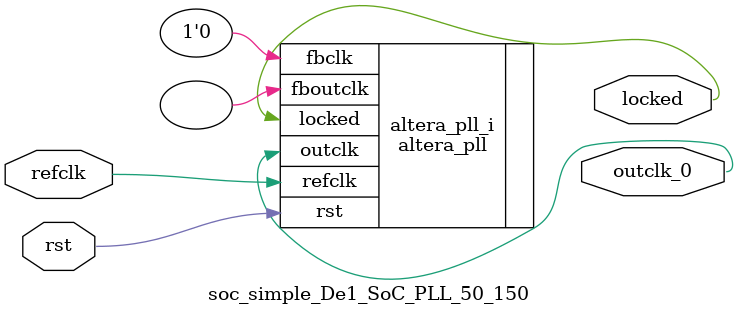
<source format=v>
`timescale 1ns/10ps
module  soc_simple_De1_SoC_PLL_50_150(

	// interface 'refclk'
	input wire refclk,

	// interface 'reset'
	input wire rst,

	// interface 'outclk0'
	output wire outclk_0,

	// interface 'locked'
	output wire locked
);

	altera_pll #(
		.fractional_vco_multiplier("false"),
		.reference_clock_frequency("50.0 MHz"),
		.operation_mode("direct"),
		.number_of_clocks(1),
		.output_clock_frequency0("120.000000 MHz"),
		.phase_shift0("0 ps"),
		.duty_cycle0(50),
		.output_clock_frequency1("0 MHz"),
		.phase_shift1("0 ps"),
		.duty_cycle1(50),
		.output_clock_frequency2("0 MHz"),
		.phase_shift2("0 ps"),
		.duty_cycle2(50),
		.output_clock_frequency3("0 MHz"),
		.phase_shift3("0 ps"),
		.duty_cycle3(50),
		.output_clock_frequency4("0 MHz"),
		.phase_shift4("0 ps"),
		.duty_cycle4(50),
		.output_clock_frequency5("0 MHz"),
		.phase_shift5("0 ps"),
		.duty_cycle5(50),
		.output_clock_frequency6("0 MHz"),
		.phase_shift6("0 ps"),
		.duty_cycle6(50),
		.output_clock_frequency7("0 MHz"),
		.phase_shift7("0 ps"),
		.duty_cycle7(50),
		.output_clock_frequency8("0 MHz"),
		.phase_shift8("0 ps"),
		.duty_cycle8(50),
		.output_clock_frequency9("0 MHz"),
		.phase_shift9("0 ps"),
		.duty_cycle9(50),
		.output_clock_frequency10("0 MHz"),
		.phase_shift10("0 ps"),
		.duty_cycle10(50),
		.output_clock_frequency11("0 MHz"),
		.phase_shift11("0 ps"),
		.duty_cycle11(50),
		.output_clock_frequency12("0 MHz"),
		.phase_shift12("0 ps"),
		.duty_cycle12(50),
		.output_clock_frequency13("0 MHz"),
		.phase_shift13("0 ps"),
		.duty_cycle13(50),
		.output_clock_frequency14("0 MHz"),
		.phase_shift14("0 ps"),
		.duty_cycle14(50),
		.output_clock_frequency15("0 MHz"),
		.phase_shift15("0 ps"),
		.duty_cycle15(50),
		.output_clock_frequency16("0 MHz"),
		.phase_shift16("0 ps"),
		.duty_cycle16(50),
		.output_clock_frequency17("0 MHz"),
		.phase_shift17("0 ps"),
		.duty_cycle17(50),
		.pll_type("General"),
		.pll_subtype("General")
	) altera_pll_i (
		.rst	(rst),
		.outclk	({outclk_0}),
		.locked	(locked),
		.fboutclk	( ),
		.fbclk	(1'b0),
		.refclk	(refclk)
	);
endmodule


</source>
